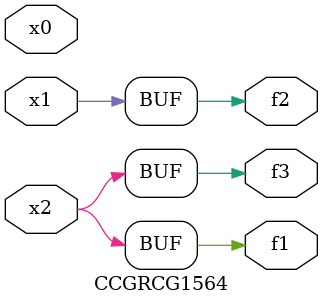
<source format=v>
module CCGRCG1564(
	input x0, x1, x2,
	output f1, f2, f3
);
	assign f1 = x2;
	assign f2 = x1;
	assign f3 = x2;
endmodule

</source>
